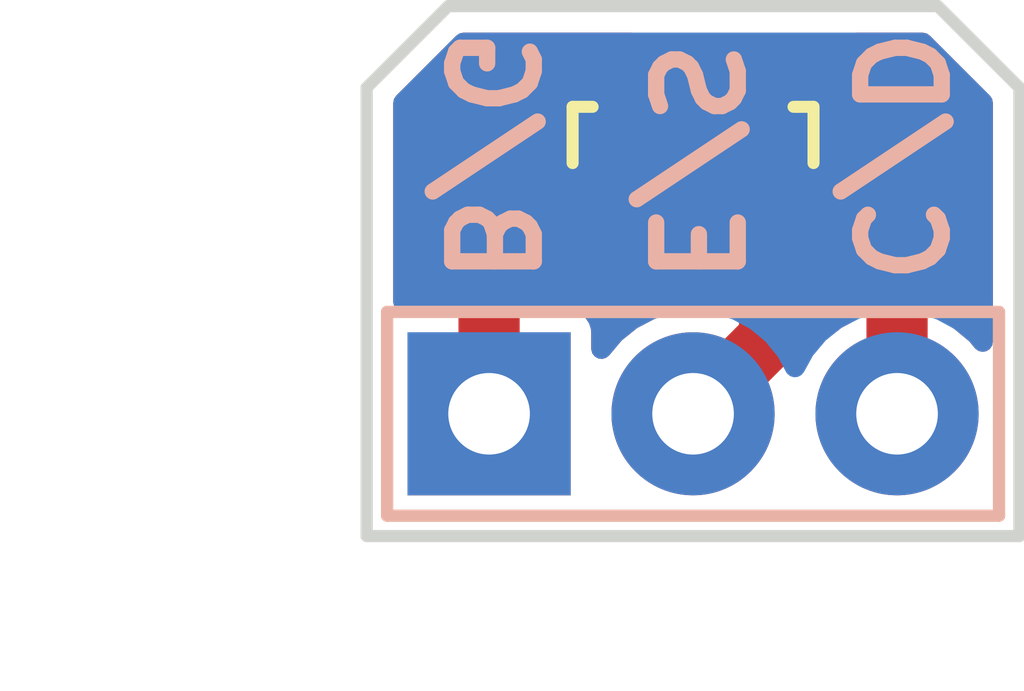
<source format=kicad_pcb>
(kicad_pcb (version 4) (host pcbnew 4.0.2-stable)

  (general
    (links 3)
    (no_connects 0)
    (area 36.901 40.430666 50.177701 50.755333)
    (thickness 1.6)
    (drawings 11)
    (tracks 8)
    (zones 0)
    (modules 2)
    (nets 4)
  )

  (page User 101.6 101.6)
  (title_block
    (title "Generic SOT-23 Breakout")
    (date 2016-05-31)
    (rev 1)
  )

  (layers
    (0 F.Cu mixed)
    (31 B.Cu mixed)
    (35 F.Paste user hide)
    (36 B.SilkS user)
    (37 F.SilkS user)
    (38 B.Mask user hide)
    (39 F.Mask user hide)
    (40 Dwgs.User user)
    (44 Edge.Cuts user)
  )

  (setup
    (last_trace_width 0.762)
    (trace_clearance 0.254)
    (zone_clearance 0.508)
    (zone_45_only no)
    (trace_min 0.1524)
    (segment_width 0.1524)
    (edge_width 0.1524)
    (via_size 1.143)
    (via_drill 0.381)
    (via_min_size 0.6858)
    (via_min_drill 0.3302)
    (uvia_size 1.143)
    (uvia_drill 0.381)
    (uvias_allowed no)
    (uvia_min_size 0.6858)
    (uvia_min_drill 0.3302)
    (pcb_text_width 0.1524)
    (pcb_text_size 0.635 0.635)
    (mod_edge_width 0.1524)
    (mod_text_size 0.635 0.635)
    (mod_text_width 0.1524)
    (pad_size 1.524 1.524)
    (pad_drill 0.762)
    (pad_to_mask_clearance 0)
    (pad_to_paste_clearance -0.0762)
    (aux_axis_origin 43.18 45.593)
    (grid_origin 43.18 45.593)
    (visible_elements FFFEFF7F)
    (pcbplotparams
      (layerselection 0x010f8_80000001)
      (usegerberextensions true)
      (excludeedgelayer true)
      (linewidth 0.203200)
      (plotframeref false)
      (viasonmask false)
      (mode 1)
      (useauxorigin false)
      (hpglpennumber 1)
      (hpglpenspeed 20)
      (hpglpendiameter 15)
      (hpglpenoverlay 2)
      (psnegative false)
      (psa4output false)
      (plotreference true)
      (plotvalue true)
      (plotinvisibletext false)
      (padsonsilk false)
      (subtractmaskfromsilk false)
      (outputformat 1)
      (mirror false)
      (drillshape 0)
      (scaleselection 1)
      (outputdirectory gerber/))
  )

  (net 0 "")
  (net 1 "Net-(P1-Pad1)")
  (net 2 "Net-(P1-Pad2)")
  (net 3 "Net-(P1-Pad3)")

  (net_class Default "This is the default net class."
    (clearance 0.254)
    (trace_width 0.762)
    (via_dia 1.143)
    (via_drill 0.381)
    (uvia_dia 1.143)
    (uvia_drill 0.381)
    (add_net "Net-(P1-Pad1)")
    (add_net "Net-(P1-Pad2)")
    (add_net "Net-(P1-Pad3)")
  )

  (module TO_SOT_Packages_SMD:SOT-23 (layer F.Cu) (tedit 575BAF1C) (tstamp 5748CB10)
    (at 45.72 42.418)
    (descr "SOT-23, Standard")
    (tags SOT-23)
    (path /574DEBA7)
    (attr smd)
    (fp_text reference U1 (at 0 0) (layer F.SilkS) hide
      (effects (font (size 0.635 0.635) (thickness 0.1524)))
    )
    (fp_text value GENERIC_SOT-23 (at 0 2.3) (layer F.Fab)
      (effects (font (size 0.635 0.635) (thickness 0.1524)))
    )
    (fp_line (start -1.65 -1.6) (end 1.65 -1.6) (layer F.CrtYd) (width 0.05))
    (fp_line (start 1.65 -1.6) (end 1.65 1.6) (layer F.CrtYd) (width 0.05))
    (fp_line (start 1.65 1.6) (end -1.65 1.6) (layer F.CrtYd) (width 0.05))
    (fp_line (start -1.65 1.6) (end -1.65 -1.6) (layer F.CrtYd) (width 0.05))
    (fp_line (start 1.29916 -0.65024) (end 1.2509 -0.65024) (layer F.SilkS) (width 0.15))
    (fp_line (start -1.49982 0.0508) (end -1.49982 -0.65024) (layer F.SilkS) (width 0.15))
    (fp_line (start -1.49982 -0.65024) (end -1.2509 -0.65024) (layer F.SilkS) (width 0.15))
    (fp_line (start 1.29916 -0.65024) (end 1.49982 -0.65024) (layer F.SilkS) (width 0.15))
    (fp_line (start 1.49982 -0.65024) (end 1.49982 0.0508) (layer F.SilkS) (width 0.15))
    (pad 1 smd rect (at -0.95 1.00076) (size 0.8001 0.8001) (layers F.Cu F.Paste F.Mask)
      (net 1 "Net-(P1-Pad1)"))
    (pad 2 smd rect (at 0.95 1.00076) (size 0.8001 0.8001) (layers F.Cu F.Paste F.Mask)
      (net 2 "Net-(P1-Pad2)"))
    (pad 3 smd rect (at 0 -0.99822) (size 0.8001 0.8001) (layers F.Cu F.Paste F.Mask)
      (net 3 "Net-(P1-Pad3)"))
    (model TO_SOT_Packages_SMD.3dshapes/SOT-23.wrl
      (at (xyz 0 0 0))
      (scale (xyz 1 1 1))
      (rotate (xyz 0 0 0))
    )
  )

  (module my_footprints:Pin_Header_Simple_1x03 (layer F.Cu) (tedit 575BB288) (tstamp 5748BD94)
    (at 43.18 45.593 90)
    (descr "Through hole pin header")
    (tags "pin header")
    (path /5747FACF)
    (fp_text reference P1 (at 0 -5.1 90) (layer F.SilkS) hide
      (effects (font (size 1 1) (thickness 0.15)))
    )
    (fp_text value CONN_01X03 (at 0 -3.1 90) (layer F.Fab)
      (effects (font (size 1 1) (thickness 0.15)))
    )
    (fp_line (start -1.397 6.477) (end -1.397 -1.397) (layer F.CrtYd) (width 0.0508))
    (fp_line (start -1.397 -1.397) (end 1.397 -1.397) (layer F.CrtYd) (width 0.0508))
    (fp_line (start 1.397 -1.397) (end 1.397 6.477) (layer F.CrtYd) (width 0.0508))
    (fp_line (start 1.397 6.477) (end -1.397 6.477) (layer F.CrtYd) (width 0.0508))
    (fp_line (start 1.27 -1.27) (end 1.27 6.35) (layer F.SilkS) (width 0.1524))
    (fp_line (start -1.27 -1.27) (end -1.27 6.35) (layer F.SilkS) (width 0.1524))
    (fp_line (start -1.27 6.35) (end 1.27 6.35) (layer F.SilkS) (width 0.1524))
    (fp_line (start 1.27 -1.27) (end -1.27 -1.27) (layer F.SilkS) (width 0.1524))
    (fp_line (start -1.397 6.477) (end -1.397 -1.397) (layer B.CrtYd) (width 0.0508))
    (fp_line (start -1.397 -1.397) (end 1.397 -1.397) (layer B.CrtYd) (width 0.0508))
    (fp_line (start 1.397 -1.397) (end 1.397 6.477) (layer B.CrtYd) (width 0.0508))
    (fp_line (start 1.397 6.477) (end -1.397 6.477) (layer B.CrtYd) (width 0.0508))
    (fp_line (start 1.27 -1.27) (end 1.27 6.35) (layer B.SilkS) (width 0.1524))
    (fp_line (start -1.27 -1.27) (end -1.27 6.35) (layer B.SilkS) (width 0.1524))
    (fp_line (start -1.27 6.35) (end 1.27 6.35) (layer B.SilkS) (width 0.1524))
    (fp_line (start 1.27 -1.27) (end -1.27 -1.27) (layer B.SilkS) (width 0.1524))
    (pad 1 thru_hole rect (at 0 0 90) (size 2.032 2.032) (drill 1.016) (layers *.Cu *.Mask)
      (net 1 "Net-(P1-Pad1)"))
    (pad 2 thru_hole oval (at 0 2.54 90) (size 2.032 2.032) (drill 1.016) (layers *.Cu *.Mask)
      (net 2 "Net-(P1-Pad2)"))
    (pad 3 thru_hole oval (at 0 5.08 90) (size 2.032 2.032) (drill 1.016) (layers *.Cu *.Mask)
      (net 3 "Net-(P1-Pad3)"))
    (model Pin_Headers.3dshapes/Pin_Header_Straight_1x03.wrl
      (at (xyz 0 -0.1 0))
      (scale (xyz 1 1 1))
      (rotate (xyz 0 0 90))
    )
  )

  (dimension 6.604 (width 0.1524) (layer Dwgs.User)
    (gr_text "0.26 in" (at 39.7637 43.815 270) (layer Dwgs.User)
      (effects (font (size 0.635 0.635) (thickness 0.1524)))
    )
    (feature1 (pts (xy 41.656 47.117) (xy 39.1414 47.117)))
    (feature2 (pts (xy 41.656 40.513) (xy 39.1414 40.513)))
    (crossbar (pts (xy 40.386 40.513) (xy 40.386 47.117)))
    (arrow1a (pts (xy 40.386 47.117) (xy 39.799579 45.990496)))
    (arrow1b (pts (xy 40.386 47.117) (xy 40.972421 45.990496)))
    (arrow2a (pts (xy 40.386 40.513) (xy 39.799579 41.639504)))
    (arrow2b (pts (xy 40.386 40.513) (xy 40.972421 41.639504)))
  )
  (dimension 8.128 (width 0.1524) (layer Dwgs.User)
    (gr_text "0.32 in" (at 45.72 49.0093) (layer Dwgs.User)
      (effects (font (size 0.635 0.635) (thickness 0.1524)))
    )
    (feature1 (pts (xy 49.784 47.117) (xy 49.784 49.6316)))
    (feature2 (pts (xy 41.656 47.117) (xy 41.656 49.6316)))
    (crossbar (pts (xy 41.656 48.387) (xy 49.784 48.387)))
    (arrow1a (pts (xy 49.784 48.387) (xy 48.657496 48.973421)))
    (arrow1b (pts (xy 49.784 48.387) (xy 48.657496 47.800579)))
    (arrow2a (pts (xy 41.656 48.387) (xy 42.782504 48.973421)))
    (arrow2b (pts (xy 41.656 48.387) (xy 42.782504 47.800579)))
  )
  (gr_line (start 49.784 41.529) (end 48.768 40.513) (angle 90) (layer Edge.Cuts) (width 0.1524))
  (gr_line (start 42.672 40.513) (end 48.768 40.513) (angle 90) (layer Edge.Cuts) (width 0.1524))
  (gr_line (start 41.656 41.529) (end 42.672 40.513) (angle 90) (layer Edge.Cuts) (width 0.1524))
  (gr_line (start 41.656 41.529) (end 41.656 47.117) (angle 90) (layer Edge.Cuts) (width 0.1524))
  (gr_line (start 49.784 41.529) (end 49.784 47.117) (angle 90) (layer Edge.Cuts) (width 0.1524))
  (gr_line (start 41.656 47.117) (end 49.784 47.117) (angle 90) (layer Edge.Cuts) (width 0.1524))
  (gr_text C/D (at 48.26 44.069 270) (layer B.SilkS)
    (effects (font (size 1.016 1.016) (thickness 0.2032)) (justify left mirror))
  )
  (gr_text E/S (at 45.72 44.069 270) (layer B.SilkS)
    (effects (font (size 1.016 1.016) (thickness 0.2032)) (justify left mirror))
  )
  (gr_text B/G (at 43.18 44.069 270) (layer B.SilkS)
    (effects (font (size 1.016 1.016) (thickness 0.2032)) (justify left mirror))
  )

  (segment (start 43.688 43.434) (end 43.18 43.942) (width 0.762) (layer F.Cu) (net 1))
  (segment (start 43.18 45.593) (end 43.18 43.942) (width 0.762) (layer F.Cu) (net 1))
  (segment (start 43.688 43.434) (end 44.7675 43.434) (width 0.762) (layer F.Cu) (net 1) (tstamp 575BAF81))
  (segment (start 45.72 45.593) (end 46.6725 44.6405) (width 0.762) (layer F.Cu) (net 2))
  (segment (start 46.6725 44.6405) (end 46.6725 43.434) (width 0.762) (layer F.Cu) (net 2) (tstamp 575BACAA))
  (segment (start 45.72 41.402) (end 47.117 41.402) (width 0.762) (layer F.Cu) (net 3))
  (segment (start 48.26 42.545) (end 48.26 45.593) (width 0.762) (layer F.Cu) (net 3) (tstamp 575BACA6))
  (segment (start 47.117 41.402) (end 48.26 42.545) (width 0.762) (layer F.Cu) (net 3) (tstamp 575BAC9D))

  (zone (net 0) (net_name "") (layer B.Cu) (tstamp 5748D015) (hatch edge 0.508)
    (connect_pads (clearance 0.254))
    (min_thickness 0.254)
    (fill yes (arc_segments 32) (thermal_gap 0.254) (thermal_bridge_width 0.381))
    (polygon
      (pts
        (xy 41.656 41.529) (xy 42.672 40.513) (xy 42.672 40.513) (xy 48.768 40.513) (xy 49.784 41.529)
        (xy 49.784 45.593) (xy 41.656 45.593)
      )
    )
    (filled_polygon
      (pts
        (xy 49.3268 41.718378) (xy 49.3268 44.694476) (xy 49.25127 44.601867) (xy 49.041192 44.428076) (xy 48.801359 44.298398)
        (xy 48.540906 44.217774) (xy 48.269753 44.189275) (xy 47.998228 44.213986) (xy 47.736675 44.290965) (xy 47.495054 44.417281)
        (xy 47.28257 44.588123) (xy 47.107316 44.796982) (xy 46.989216 45.011805) (xy 46.883591 44.813153) (xy 46.71127 44.601867)
        (xy 46.501192 44.428076) (xy 46.261359 44.298398) (xy 46.000906 44.217774) (xy 45.729753 44.189275) (xy 45.458228 44.213986)
        (xy 45.196675 44.290965) (xy 44.955054 44.417281) (xy 44.74257 44.588123) (xy 44.578843 44.783245) (xy 44.578843 44.577)
        (xy 44.574005 44.516327) (xy 44.542136 44.41342) (xy 44.48286 44.323465) (xy 44.40087 44.253585) (xy 44.302658 44.209314)
        (xy 44.196 44.194157) (xy 42.164 44.194157) (xy 42.1132 44.198208) (xy 42.1132 41.718378) (xy 42.861378 40.9702)
        (xy 48.578622 40.9702)
      )
    )
  )
  (zone (net 0) (net_name "") (layer F.Cu) (tstamp 5748D015) (hatch edge 0.508)
    (connect_pads (clearance 0.254))
    (min_thickness 0.254)
    (fill yes (arc_segments 32) (thermal_gap 0.254) (thermal_bridge_width 0.381))
    (polygon
      (pts
        (xy 41.656 41.529) (xy 42.672 40.513) (xy 48.768 40.513) (xy 49.784 41.529) (xy 49.784 45.593)
        (xy 41.656 45.593)
      )
    )
    (filled_polygon
      (pts
        (xy 44.937107 41.01973) (xy 44.937107 41.81983) (xy 44.941945 41.880503) (xy 44.973814 41.98341) (xy 45.03309 42.073365)
        (xy 45.11508 42.143245) (xy 45.213292 42.187516) (xy 45.31995 42.202673) (xy 46.12005 42.202673) (xy 46.180723 42.197835)
        (xy 46.28363 42.165966) (xy 46.286614 42.164) (xy 46.80137 42.164) (xy 47.498 42.86063) (xy 47.498 44.415741)
        (xy 47.495054 44.417281) (xy 47.4345 44.465968) (xy 47.4345 43.932647) (xy 47.437736 43.925468) (xy 47.452893 43.81881)
        (xy 47.452893 43.01871) (xy 47.448055 42.958037) (xy 47.416186 42.85513) (xy 47.35691 42.765175) (xy 47.27492 42.695295)
        (xy 47.176708 42.651024) (xy 47.07005 42.635867) (xy 46.26995 42.635867) (xy 46.209277 42.640705) (xy 46.10637 42.672574)
        (xy 46.016415 42.73185) (xy 45.946535 42.81384) (xy 45.902264 42.912052) (xy 45.887107 43.01871) (xy 45.887107 43.81881)
        (xy 45.891945 43.879483) (xy 45.9105 43.939398) (xy 45.9105 44.208272) (xy 45.729753 44.189275) (xy 45.458228 44.213986)
        (xy 45.196675 44.290965) (xy 44.955054 44.417281) (xy 44.74257 44.588123) (xy 44.578843 44.783245) (xy 44.578843 44.577)
        (xy 44.574005 44.516327) (xy 44.542136 44.41342) (xy 44.48286 44.323465) (xy 44.40087 44.253585) (xy 44.302658 44.209314)
        (xy 44.208969 44.196) (xy 44.330171 44.196) (xy 44.36995 44.201653) (xy 45.17005 44.201653) (xy 45.230723 44.196815)
        (xy 45.33363 44.164946) (xy 45.423585 44.10567) (xy 45.493465 44.02368) (xy 45.537736 43.925468) (xy 45.552893 43.81881)
        (xy 45.552893 43.01871) (xy 45.548055 42.958037) (xy 45.516186 42.85513) (xy 45.45691 42.765175) (xy 45.37492 42.695295)
        (xy 45.276708 42.651024) (xy 45.17005 42.635867) (xy 44.36995 42.635867) (xy 44.309277 42.640705) (xy 44.208223 42.672)
        (xy 43.688 42.672) (xy 43.61785 42.678878) (xy 43.547829 42.685004) (xy 43.543986 42.68612) (xy 43.539993 42.686512)
        (xy 43.472552 42.706874) (xy 43.405018 42.726494) (xy 43.401462 42.728337) (xy 43.397624 42.729496) (xy 43.335428 42.762566)
        (xy 43.272985 42.794934) (xy 43.269856 42.797432) (xy 43.266316 42.799314) (xy 43.211764 42.843805) (xy 43.15676 42.887714)
        (xy 43.151181 42.893216) (xy 43.151069 42.893307) (xy 43.150983 42.893411) (xy 43.149184 42.895185) (xy 42.641185 43.403185)
        (xy 42.596488 43.457599) (xy 42.551264 43.511495) (xy 42.549336 43.515003) (xy 42.546789 43.518103) (xy 42.51351 43.580169)
        (xy 42.479619 43.641816) (xy 42.478407 43.645636) (xy 42.476514 43.649167) (xy 42.455939 43.716464) (xy 42.434652 43.783571)
        (xy 42.434205 43.787554) (xy 42.433034 43.791385) (xy 42.425925 43.861373) (xy 42.418074 43.931361) (xy 42.418019 43.939197)
        (xy 42.418005 43.93934) (xy 42.418018 43.939473) (xy 42.418 43.942) (xy 42.418 44.194157) (xy 42.164 44.194157)
        (xy 42.1132 44.198208) (xy 42.1132 41.718378) (xy 42.861378 40.9702) (xy 44.944146 40.9702)
      )
    )
    (filled_polygon
      (pts
        (xy 49.3268 41.718378) (xy 49.3268 44.694476) (xy 49.25127 44.601867) (xy 49.041192 44.428076) (xy 49.022 44.417699)
        (xy 49.022 42.545) (xy 49.015126 42.474891) (xy 49.008996 42.404829) (xy 49.00788 42.400986) (xy 49.007488 42.396993)
        (xy 48.987126 42.329552) (xy 48.967506 42.262018) (xy 48.965663 42.258462) (xy 48.964504 42.254624) (xy 48.931444 42.192447)
        (xy 48.899067 42.129986) (xy 48.896568 42.126856) (xy 48.894686 42.123316) (xy 48.850199 42.068769) (xy 48.806286 42.01376)
        (xy 48.800788 42.008185) (xy 48.800693 42.008069) (xy 48.800585 42.00798) (xy 48.798815 42.006185) (xy 47.76283 40.9702)
        (xy 48.578622 40.9702)
      )
    )
  )
)

</source>
